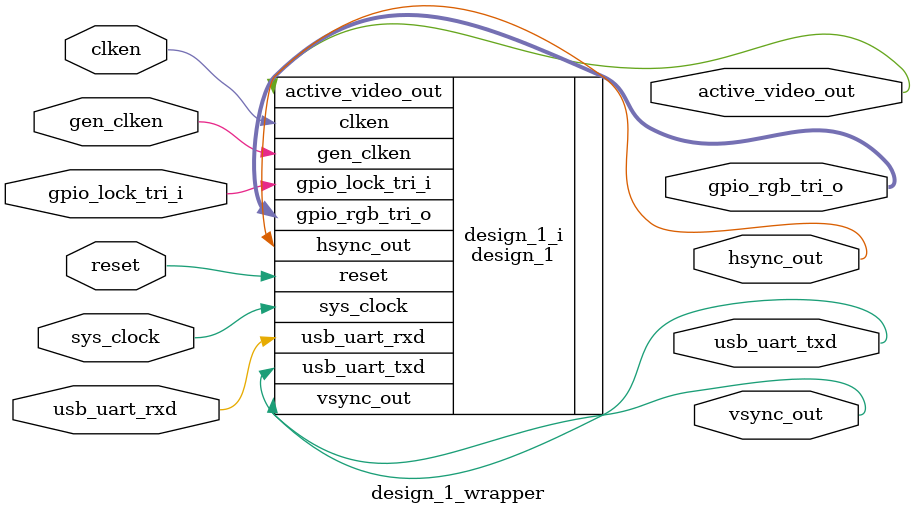
<source format=v>
`timescale 1 ps / 1 ps

module design_1_wrapper
   (active_video_out,
    clken,
    gen_clken,
    gpio_lock_tri_i,
    gpio_rgb_tri_o,
    hsync_out,
    reset,
    sys_clock,
    usb_uart_rxd,
    usb_uart_txd,
    vsync_out);
  output active_video_out;
  input clken;
  input gen_clken;
  input [0:0]gpio_lock_tri_i;
  output [15:0]gpio_rgb_tri_o;
  output hsync_out;
  input reset;
  input sys_clock;
  input usb_uart_rxd;
  output usb_uart_txd;
  output vsync_out;

  wire active_video_out;
  wire clken;
  wire gen_clken;
  wire [0:0]gpio_lock_tri_i;
  wire [15:0]gpio_rgb_tri_o;
  wire hsync_out;
  wire reset;
  wire sys_clock;
  wire usb_uart_rxd;
  wire usb_uart_txd;
  wire vsync_out;

  design_1 design_1_i
       (.active_video_out(active_video_out),
        .clken(clken),
        .gen_clken(gen_clken),
        .gpio_lock_tri_i(gpio_lock_tri_i),
        .gpio_rgb_tri_o(gpio_rgb_tri_o),
        .hsync_out(hsync_out),
        .reset(reset),
        .sys_clock(sys_clock),
        .usb_uart_rxd(usb_uart_rxd),
        .usb_uart_txd(usb_uart_txd),
        .vsync_out(vsync_out));
endmodule

</source>
